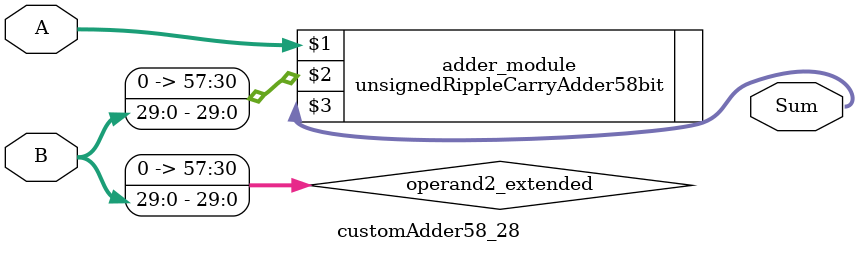
<source format=v>
module customAdder58_28(
                        input [57 : 0] A,
                        input [29 : 0] B,
                        
                        output [58 : 0] Sum
                );

        wire [57 : 0] operand2_extended;
        
        assign operand2_extended =  {28'b0, B};
        
        unsignedRippleCarryAdder58bit adder_module(
            A,
            operand2_extended,
            Sum
        );
        
        endmodule
        
</source>
